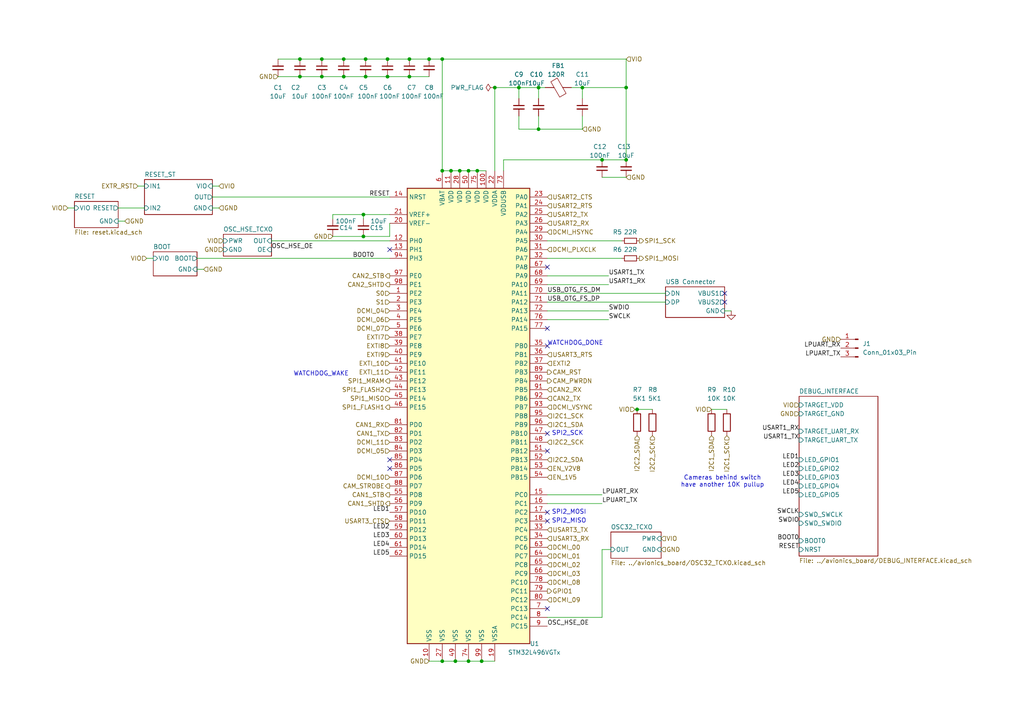
<source format=kicad_sch>
(kicad_sch (version 20231120) (generator "eeschema") (generator_version "8.0")
  (paper "A4")
  (lib_symbols
    (symbol "Connector:Conn_01x03_Pin" (pin_names (offset 1.016) hide)
      (property "Reference" "J" (at 0 5.08 0))
      (property "Value" "Conn_01x03_Pin" (at 0 -5.08 0))
      (symbol "Conn_01x03_Pin_1_1"
        (polyline (pts (xy 1.27 -2.54) (xy 0.8636 -2.54)) (stroke (width 0.1524)))
        (polyline (pts (xy 1.27 0) (xy 0.8636 0)) (stroke (width 0.1524)))
        (polyline (pts (xy 1.27 2.54) (xy 0.8636 2.54)) (stroke (width 0.1524)))
        (rectangle (start 0.8636 -2.413) (end 0 -2.667) (stroke (width 0.1524)) (fill (type outline)))
        (rectangle (start 0.8636 0.127) (end 0 -0.127) (stroke (width 0.1524)) (fill (type outline)))
        (rectangle (start 0.8636 2.667) (end 0 2.413) (stroke (width 0.1524)) (fill (type outline)))
        (pin passive line (at 5.08 2.54 180) (length 3.81) (name "Pin_1") (number "1"))
        (pin passive line (at 5.08 0 180) (length 3.81) (name "Pin_2") (number "2"))
        (pin passive line (at 5.08 -2.54 180) (length 3.81) (name "Pin_3") (number "3"))
      )
    )
    (symbol "Device:C_Small" (pin_numbers hide) (pin_names (offset 0.254) hide)
      (property "Reference" "C" (at 0.254 1.778 0))
      (property "Value" "C_Small" (at 0.254 -2.032 0))
      (symbol "C_Small_0_1"
        (polyline (pts (xy -1.524 -0.508) (xy 1.524 -0.508)) (stroke (width 0.3302)))
        (polyline (pts (xy -1.524 0.508) (xy 1.524 0.508)) (stroke (width 0.3048)))
      )
      (symbol "C_Small_1_1"
        (pin passive line (at 0 2.54 270) (length 2.032) (name "~") (number "1"))
        (pin passive line (at 0 -2.54 90) (length 2.032) (name "~") (number "2"))
      )
    )
    (symbol "Device:FerriteBead" (pin_numbers hide) (pin_names (offset 0))
      (property "Reference" "FB" (at -3.81 0.635 90))
      (property "Value" "FerriteBead" (at 3.81 0 90))
      (symbol "FerriteBead_0_1"
        (polyline (pts (xy 0 -1.27) (xy 0 -1.2192)))
        (polyline (pts (xy 0 1.27) (xy 0 1.2954)))
        (polyline (pts (xy -2.7686 0.4064) (xy -1.7018 2.2606) (xy 2.7686 -0.3048) (xy 1.6764 -2.159) (xy -2.7686 0.4064)))
      )
      (symbol "FerriteBead_1_1"
        (pin passive line (at 0 3.81 270) (length 2.54) (name "~") (number "1"))
        (pin passive line (at 0 -3.81 90) (length 2.54) (name "~") (number "2"))
      )
    )
    (symbol "Device:R" (pin_numbers hide) (pin_names (offset 0))
      (property "Reference" "R" (at 2.032 0 90))
      (property "Value" "R" (at 0 0 90))
      (symbol "R_0_1"
        (rectangle (start -1.016 -2.54) (end 1.016 2.54) (stroke (width 0.254)))
      )
      (symbol "R_1_1"
        (pin passive line (at 0 3.81 270) (length 1.27) (name "~") (number "1"))
        (pin passive line (at 0 -3.81 90) (length 1.27) (name "~") (number "2"))
      )
    )
    (symbol "Device:R_Small" (pin_numbers hide) (pin_names (offset 0.254) hide)
      (property "Reference" "R" (at 0.762 0.508 0))
      (property "Value" "R_Small" (at 0.762 -1.016 0))
      (symbol "R_Small_0_1"
        (rectangle (start -0.762 1.778) (end 0.762 -1.778) (stroke (width 0.2032)))
      )
      (symbol "R_Small_1_1"
        (pin passive line (at 0 2.54 270) (length 0.762) (name "~") (number "1"))
        (pin passive line (at 0 -2.54 90) (length 0.762) (name "~") (number "2"))
      )
    )
    (symbol "Project:STM32L496VGTx"
      (property "Reference" "U2" (at 9.652 -67.818 0))
      (property "Value" "STM32L496VGTx" (at 9.652 -70.358 0))
      (symbol "STM32L496VGTx_0_1"
        (rectangle (start -17.78 66.04) (end 17.78 -66.04) (stroke (width 0.254)) (fill (type background)))
      )
      (symbol "STM32L496VGTx_1_1"
        (pin bidirectional line (at -22.86 35.56 0) (length 5.08) (name "PE2") (number "1"))
        (pin power_in line (at -11.43 -71.12 90) (length 5.08) (name "VSS") (number "10"))
        (pin power_in line (at 5.08 71.12 270) (length 5.08) (name "VDD") (number "100"))
        (pin power_in line (at -5.08 71.12 270) (length 5.08) (name "VDD") (number "11"))
        (pin bidirectional line (at -22.86 50.8 0) (length 5.08) (name "PH0") (number "12"))
        (pin bidirectional line (at -22.86 48.26 0) (length 5.08) (name "PH1") (number "13"))
        (pin input line (at -22.86 63.5 0) (length 5.08) (name "NRST") (number "14"))
        (pin bidirectional line (at 22.86 -22.86 180) (length 5.08) (name "PC0") (number "15"))
        (pin bidirectional line (at 22.86 -25.4 180) (length 5.08) (name "PC1") (number "16"))
        (pin bidirectional line (at 22.86 -27.94 180) (length 5.08) (name "PC2") (number "17"))
        (pin bidirectional line (at 22.86 -30.48 180) (length 5.08) (name "PC3") (number "18"))
        (pin power_in line (at 7.62 -71.12 90) (length 5.08) (name "VSSA") (number "19"))
        (pin bidirectional line (at -22.86 33.02 0) (length 5.08) (name "PE3") (number "2"))
        (pin input line (at -22.86 55.88 0) (length 5.08) (name "VREF-") (number "20"))
        (pin input line (at -22.86 58.42 0) (length 5.08) (name "VREF+") (number "21"))
        (pin power_in line (at 7.62 71.12 270) (length 5.08) (name "VDDA") (number "22"))
        (pin bidirectional line (at 22.86 63.5 180) (length 5.08) (name "PA0") (number "23"))
        (pin bidirectional line (at 22.86 60.96 180) (length 5.08) (name "PA1") (number "24"))
        (pin bidirectional line (at 22.86 58.42 180) (length 5.08) (name "PA2") (number "25"))
        (pin bidirectional line (at 22.86 55.88 180) (length 5.08) (name "PA3") (number "26"))
        (pin power_in line (at -7.62 -71.12 90) (length 5.08) (name "VSS") (number "27"))
        (pin power_in line (at -2.54 71.12 270) (length 5.08) (name "VDD") (number "28"))
        (pin bidirectional line (at 22.86 53.34 180) (length 5.08) (name "PA4") (number "29"))
        (pin bidirectional line (at -22.86 30.48 0) (length 5.08) (name "PE4") (number "3"))
        (pin bidirectional line (at 22.86 50.8 180) (length 5.08) (name "PA5") (number "30"))
        (pin bidirectional line (at 22.86 48.26 180) (length 5.08) (name "PA6") (number "31"))
        (pin bidirectional line (at 22.86 45.72 180) (length 5.08) (name "PA7") (number "32"))
        (pin bidirectional line (at 22.86 -33.02 180) (length 5.08) (name "PC4") (number "33"))
        (pin bidirectional line (at 22.86 -35.56 180) (length 5.08) (name "PC5") (number "34"))
        (pin bidirectional line (at 22.86 20.32 180) (length 5.08) (name "PB0") (number "35"))
        (pin bidirectional line (at 22.86 17.78 180) (length 5.08) (name "PB1") (number "36"))
        (pin bidirectional line (at 22.86 15.24 180) (length 5.08) (name "PB2") (number "37"))
        (pin bidirectional line (at -22.86 22.86 0) (length 5.08) (name "PE7") (number "38"))
        (pin bidirectional line (at -22.86 20.32 0) (length 5.08) (name "PE8") (number "39"))
        (pin bidirectional line (at -22.86 27.94 0) (length 5.08) (name "PE5") (number "4"))
        (pin bidirectional line (at -22.86 17.78 0) (length 5.08) (name "PE9") (number "40"))
        (pin bidirectional line (at -22.86 15.24 0) (length 5.08) (name "PE10") (number "41"))
        (pin bidirectional line (at -22.86 12.7 0) (length 5.08) (name "PE11") (number "42"))
        (pin bidirectional line (at -22.86 10.16 0) (length 5.08) (name "PE12") (number "43"))
        (pin bidirectional line (at -22.86 7.62 0) (length 5.08) (name "PE13") (number "44"))
        (pin bidirectional line (at -22.86 5.08 0) (length 5.08) (name "PE14") (number "45"))
        (pin bidirectional line (at -22.86 2.54 0) (length 5.08) (name "PE15") (number "46"))
        (pin bidirectional line (at 22.86 -5.08 180) (length 5.08) (name "PB10") (number "47"))
        (pin bidirectional line (at 22.86 -7.62 180) (length 5.08) (name "PB11") (number "48"))
        (pin power_in line (at -3.81 -71.12 90) (length 5.08) (name "VSS") (number "49"))
        (pin bidirectional line (at -22.86 25.4 0) (length 5.08) (name "PE6") (number "5"))
        (pin power_in line (at 0 71.12 270) (length 5.08) (name "VDD") (number "50"))
        (pin bidirectional line (at 22.86 -10.16 180) (length 5.08) (name "PB12") (number "51"))
        (pin bidirectional line (at 22.86 -12.7 180) (length 5.08) (name "PB13") (number "52"))
        (pin bidirectional line (at 22.86 -15.24 180) (length 5.08) (name "PB14") (number "53"))
        (pin bidirectional line (at 22.86 -17.78 180) (length 5.08) (name "PB15") (number "54"))
        (pin bidirectional line (at -22.86 -22.86 0) (length 5.08) (name "PD8") (number "55"))
        (pin bidirectional line (at -22.86 -25.4 0) (length 5.08) (name "PD9") (number "56"))
        (pin bidirectional line (at -22.86 -27.94 0) (length 5.08) (name "PD10") (number "57"))
        (pin bidirectional line (at -22.86 -30.48 0) (length 5.08) (name "PD11") (number "58"))
        (pin bidirectional line (at -22.86 -33.02 0) (length 5.08) (name "PD12") (number "59"))
        (pin power_in line (at -7.62 71.12 270) (length 5.08) (name "VBAT") (number "6"))
        (pin bidirectional line (at -22.86 -35.56 0) (length 5.08) (name "PD13") (number "60"))
        (pin bidirectional line (at -22.86 -38.1 0) (length 5.08) (name "PD14") (number "61"))
        (pin bidirectional line (at -22.86 -40.64 0) (length 5.08) (name "PD15") (number "62"))
        (pin bidirectional line (at 22.86 -38.1 180) (length 5.08) (name "PC6") (number "63"))
        (pin bidirectional line (at 22.86 -40.64 180) (length 5.08) (name "PC7") (number "64"))
        (pin bidirectional line (at 22.86 -43.18 180) (length 5.08) (name "PC8") (number "65"))
        (pin bidirectional line (at 22.86 -45.72 180) (length 5.08) (name "PC9") (number "66"))
        (pin bidirectional line (at 22.86 43.18 180) (length 5.08) (name "PA8") (number "67"))
        (pin bidirectional line (at 22.86 40.64 180) (length 5.08) (name "PA9") (number "68"))
        (pin bidirectional line (at 22.86 38.1 180) (length 5.08) (name "PA10") (number "69"))
        (pin bidirectional line (at 22.86 -55.88 180) (length 5.08) (name "PC13") (number "7"))
        (pin bidirectional line (at 22.86 35.56 180) (length 5.08) (name "PA11") (number "70"))
        (pin bidirectional line (at 22.86 33.02 180) (length 5.08) (name "PA12") (number "71"))
        (pin bidirectional line (at 22.86 30.48 180) (length 5.08) (name "PA13") (number "72"))
        (pin power_in line (at 10.16 71.12 270) (length 5.08) (name "VDDUSB") (number "73"))
        (pin power_in line (at 0 -71.12 90) (length 5.08) (name "VSS") (number "74"))
        (pin power_in line (at 2.54 71.12 270) (length 5.08) (name "VDD") (number "75"))
        (pin bidirectional line (at 22.86 27.94 180) (length 5.08) (name "PA14") (number "76"))
        (pin bidirectional line (at 22.86 25.4 180) (length 5.08) (name "PA15") (number "77"))
        (pin bidirectional line (at 22.86 -48.26 180) (length 5.08) (name "PC10") (number "78"))
        (pin bidirectional line (at 22.86 -50.8 180) (length 5.08) (name "PC11") (number "79"))
        (pin bidirectional line (at 22.86 -58.42 180) (length 5.08) (name "PC14") (number "8"))
        (pin bidirectional line (at 22.86 -53.34 180) (length 5.08) (name "PC12") (number "80"))
        (pin bidirectional line (at -22.86 -2.54 0) (length 5.08) (name "PD0") (number "81"))
        (pin bidirectional line (at -22.86 -5.08 0) (length 5.08) (name "PD1") (number "82"))
        (pin bidirectional line (at -22.86 -7.62 0) (length 5.08) (name "PD2") (number "83"))
        (pin bidirectional line (at -22.86 -10.16 0) (length 5.08) (name "PD3") (number "84"))
        (pin bidirectional line (at -22.86 -12.7 0) (length 5.08) (name "PD4") (number "85"))
        (pin bidirectional line (at -22.86 -15.24 0) (length 5.08) (name "PD5") (number "86"))
        (pin bidirectional line (at -22.86 -17.78 0) (length 5.08) (name "PD6") (number "87"))
        (pin bidirectional line (at -22.86 -20.32 0) (length 5.08) (name "PD7") (number "88"))
        (pin bidirectional line (at 22.86 12.7 180) (length 5.08) (name "PB3") (number "89"))
        (pin bidirectional line (at 22.86 -60.96 180) (length 5.08) (name "PC15") (number "9"))
        (pin bidirectional line (at 22.86 10.16 180) (length 5.08) (name "PB4") (number "90"))
        (pin bidirectional line (at 22.86 7.62 180) (length 5.08) (name "PB5") (number "91"))
        (pin bidirectional line (at 22.86 5.08 180) (length 5.08) (name "PB6") (number "92"))
        (pin bidirectional line (at 22.86 2.54 180) (length 5.08) (name "PB7") (number "93"))
        (pin bidirectional line (at -22.86 45.72 0) (length 5.08) (name "PH3") (number "94"))
        (pin bidirectional line (at 22.86 0 180) (length 5.08) (name "PB8") (number "95"))
        (pin bidirectional line (at 22.86 -2.54 180) (length 5.08) (name "PB9") (number "96"))
        (pin bidirectional line (at -22.86 40.64 0) (length 5.08) (name "PE0") (number "97"))
        (pin bidirectional line (at -22.86 38.1 0) (length 5.08) (name "PE1") (number "98"))
        (pin power_in line (at 3.81 -71.12 90) (length 5.08) (name "VSS") (number "99"))
      )
    )
    (symbol "power:GND" (power) (pin_numbers hide) (pin_names (offset 0) hide)
      (property "Value" "GND" (at 0 -3.81 0))
      (symbol "GND_0_1"
        (polyline (pts (xy 0 0) (xy 0 -1.27) (xy 1.27 -1.27) (xy 0 -2.54) (xy -1.27 -1.27) (xy 0 -1.27)))
      )
      (symbol "GND_1_1"
        (pin power_in line (at 0 0 270) (length 0) (name "~") (number "1"))
      )
    )
    (symbol "power:PWR_FLAG" (power) (pin_numbers hide) (pin_names (offset 0) hide)
      (property "Value" "PWR_FLAG" (at 0 3.81 0))
      (symbol "PWR_FLAG_0_0"
        (pin power_out line (at 0 0 90) (length 0) (name "~") (number "1"))
      )
      (symbol "PWR_FLAG_0_1"
        (polyline (pts (xy 0 0) (xy 0 1.27) (xy -1.016 1.905) (xy 0 2.54) (xy 1.016 1.905) (xy 0 1.27)))
      )
    )
  )
  (junction (at 99.695 17.145))
  (junction (at 99.695 22.225))
  (junction (at 138.43 49.53))
  (junction (at 124.46 17.145))
  (junction (at 93.345 22.225))
  (junction (at 118.745 17.145))
  (junction (at 184.785 118.745))
  (junction (at 128.27 191.77))
  (junction (at 135.89 49.53))
  (junction (at 130.81 49.53))
  (junction (at 86.995 22.225))
  (junction (at 156.21 25.4))
  (junction (at 133.35 49.53))
  (junction (at 118.745 22.225))
  (junction (at 135.89 191.77))
  (junction (at 128.27 49.53))
  (junction (at 156.21 37.465))
  (junction (at 105.41 68.58))
  (junction (at 106.045 22.225))
  (junction (at 168.91 25.4))
  (junction (at 132.08 191.77))
  (junction (at 112.395 17.145))
  (junction (at 128.27 17.145))
  (junction (at 174.625 46.355))
  (junction (at 105.41 62.23))
  (junction (at 181.61 25.4))
  (junction (at 150.495 25.4))
  (junction (at 112.395 22.225))
  (junction (at 143.51 25.4))
  (junction (at 181.61 46.355))
  (junction (at 139.7 191.77))
  (junction (at 86.995 17.145))
  (junction (at 93.345 17.145))
  (junction (at 106.045 17.145))
  (no_connect (at 158.75 77.47))
  (no_connect (at 158.75 130.81))
  (no_connect (at 158.75 125.73))
  (no_connect (at 113.03 135.89))
  (no_connect (at 158.75 176.53))
  (no_connect (at 158.75 95.25))
  (no_connect (at 158.75 148.59))
  (no_connect (at 113.03 133.35))
  (no_connect (at 210.185 85.09))
  (no_connect (at 113.03 72.39))
  (no_connect (at 210.185 87.63))
  (no_connect (at 158.75 151.13))
  (no_connect (at 158.75 100.33))
  (wire (pts (xy 150.495 33.655) (xy 150.495 37.465)))
  (wire (pts (xy 138.43 49.53) (xy 140.97 49.53)))
  (wire (pts (xy 128.27 17.145) (xy 181.61 17.145)))
  (wire (pts (xy 112.395 22.225) (xy 118.745 22.225)))
  (wire (pts (xy 181.61 17.145) (xy 181.61 25.4)))
  (wire (pts (xy 174.625 146.05) (xy 158.75 146.05)))
  (wire (pts (xy 168.91 28.575) (xy 168.91 25.4)))
  (wire (pts (xy 156.21 28.575) (xy 156.21 25.4)))
  (wire (pts (xy 80.645 22.225) (xy 86.995 22.225)))
  (wire (pts (xy 86.995 22.225) (xy 93.345 22.225)))
  (wire (pts (xy 176.53 92.71) (xy 158.75 92.71)))
  (wire (pts (xy 128.27 191.77) (xy 132.08 191.77)))
  (wire (pts (xy 42.545 74.93) (xy 44.45 74.93)))
  (wire (pts (xy 174.625 143.51) (xy 158.75 143.51)))
  (wire (pts (xy 165.735 25.4) (xy 168.91 25.4)))
  (wire (pts (xy 184.785 118.745) (xy 189.23 118.745)))
  (wire (pts (xy 96.52 62.23) (xy 105.41 62.23)))
  (wire (pts (xy 176.53 82.55) (xy 158.75 82.55)))
  (wire (pts (xy 174.625 179.07) (xy 174.625 159.385)))
  (wire (pts (xy 184.15 118.745) (xy 184.785 118.745)))
  (wire (pts (xy 130.81 49.53) (xy 133.35 49.53)))
  (wire (pts (xy 86.995 17.145) (xy 93.345 17.145)))
  (wire (pts (xy 158.75 85.09) (xy 193.04 85.09)))
  (wire (pts (xy 180.34 74.93) (xy 158.75 74.93)))
  (wire (pts (xy 180.34 69.85) (xy 158.75 69.85)))
  (wire (pts (xy 210.185 90.17) (xy 212.09 90.17)))
  (wire (pts (xy 105.41 62.23) (xy 113.03 62.23)))
  (wire (pts (xy 105.41 62.23) (xy 105.41 63.5)))
  (wire (pts (xy 93.345 22.225) (xy 99.695 22.225)))
  (wire (pts (xy 158.75 87.63) (xy 193.04 87.63)))
  (wire (pts (xy 146.05 49.53) (xy 146.05 46.355)))
  (wire (pts (xy 133.35 49.53) (xy 135.89 49.53)))
  (wire (pts (xy 150.495 25.4) (xy 156.21 25.4)))
  (wire (pts (xy 99.695 17.145) (xy 106.045 17.145)))
  (wire (pts (xy 150.495 37.465) (xy 156.21 37.465)))
  (wire (pts (xy 63.5 53.975) (xy 61.595 53.975)))
  (wire (pts (xy 78.74 69.85) (xy 113.03 69.85)))
  (wire (pts (xy 96.52 68.58) (xy 105.41 68.58)))
  (wire (pts (xy 156.21 25.4) (xy 158.115 25.4)))
  (wire (pts (xy 36.195 64.135) (xy 34.29 64.135)))
  (wire (pts (xy 57.15 74.93) (xy 113.03 74.93)))
  (wire (pts (xy 158.75 179.07) (xy 174.625 179.07)))
  (wire (pts (xy 99.695 22.225) (xy 106.045 22.225)))
  (wire (pts (xy 124.46 191.77) (xy 128.27 191.77)))
  (wire (pts (xy 93.345 17.145) (xy 99.695 17.145)))
  (wire (pts (xy 128.27 49.53) (xy 130.81 49.53)))
  (wire (pts (xy 128.27 17.145) (xy 128.27 49.53)))
  (wire (pts (xy 156.21 37.465) (xy 168.91 37.465)))
  (wire (pts (xy 135.89 191.77) (xy 139.7 191.77)))
  (wire (pts (xy 156.21 37.465) (xy 156.21 33.655)))
  (wire (pts (xy 80.645 17.145) (xy 86.995 17.145)))
  (wire (pts (xy 132.08 191.77) (xy 135.89 191.77)))
  (wire (pts (xy 59.055 78.105) (xy 57.15 78.105)))
  (wire (pts (xy 143.51 25.4) (xy 143.51 49.53)))
  (wire (pts (xy 168.91 25.4) (xy 181.61 25.4)))
  (wire (pts (xy 176.53 90.17) (xy 158.75 90.17)))
  (wire (pts (xy 150.495 28.575) (xy 150.495 25.4)))
  (wire (pts (xy 118.745 22.225) (xy 124.46 22.225)))
  (wire (pts (xy 61.595 57.15) (xy 113.03 57.15)))
  (wire (pts (xy 105.41 68.58) (xy 113.03 68.58)))
  (wire (pts (xy 63.5 60.325) (xy 61.595 60.325)))
  (wire (pts (xy 19.685 60.325) (xy 21.59 60.325)))
  (wire (pts (xy 135.89 49.53) (xy 138.43 49.53)))
  (wire (pts (xy 174.625 159.385) (xy 177.165 159.385)))
  (wire (pts (xy 146.05 46.355) (xy 174.625 46.355)))
  (wire (pts (xy 174.625 46.355) (xy 181.61 46.355)))
  (wire (pts (xy 206.375 118.745) (xy 210.82 118.745)))
  (wire (pts (xy 34.29 60.325) (xy 41.91 60.325)))
  (wire (pts (xy 139.7 191.77) (xy 143.51 191.77)))
  (wire (pts (xy 106.045 17.145) (xy 112.395 17.145)))
  (wire (pts (xy 40.005 53.975) (xy 41.91 53.975)))
  (wire (pts (xy 106.045 22.225) (xy 112.395 22.225)))
  (wire (pts (xy 112.395 17.145) (xy 118.745 17.145)))
  (wire (pts (xy 113.03 68.58) (xy 113.03 64.77)))
  (wire (pts (xy 168.91 37.465) (xy 168.91 33.655)))
  (wire (pts (xy 143.51 25.4) (xy 150.495 25.4)))
  (wire (pts (xy 176.53 80.01) (xy 158.75 80.01)))
  (wire (pts (xy 118.745 17.145) (xy 124.46 17.145)))
  (wire (pts (xy 124.46 17.145) (xy 128.27 17.145)))
  (wire (pts (xy 181.61 25.4) (xy 181.61 46.355)))
  (wire (pts (xy 96.52 62.23) (xy 96.52 63.5)))
  (wire (pts (xy 174.625 51.435) (xy 181.61 51.435)))
  (text "SPI2_MOSI" (at 160.02 148.59 0) (effects (font (size 1.27 1.27)) (justify left)))
  (text "Cameras behind switch\nhave another 10K pullup" (at 209.55 139.7 0) (effects (font (size 1.27 1.27))))
  (text "WATCHDOG_DONE" (at 158.75 100.33 0) (effects (font (size 1.27 1.27)) (justify left bottom)))
  (text "SPI2_MISO" (at 160.02 151.13 0) (effects (font (size 1.27 1.27)) (justify left)))
  (text "SPI2_SCK" (at 160.02 125.73 0) (effects (font (size 1.27 1.27)) (justify left)))
  (text "WATCHDOG_WAKE" (at 85.09 109.22 0) (effects (font (size 1.27 1.27)) (justify left bottom)))
  (label "SWDIO" (at 231.775 151.765 180))
  (label "RESET" (at 113.03 57.15 180))
  (label "USART1_RX" (at 231.775 125.095 180))
  (label "BOOT0" (at 231.775 156.845 180))
  (label "SWCLK" (at 231.775 149.225 180))
  (label "SWCLK" (at 176.53 92.71 0))
  (label "USB_OTG_FS_DM" (at 158.75 85.09 0))
  (label "OSC_HSE_OE" (at 158.75 181.61 0))
  (label "LPUART_RX" (at 174.625 143.51 0))
  (label "LED4" (at 231.775 140.97 180))
  (label "LED2" (at 113.03 153.67 180))
  (label "RESET" (at 231.775 159.385 180))
  (label "USART1_TX" (at 176.53 80.01 0))
  (label "USART1_RX" (at 176.53 82.55 0))
  (label "LED1" (at 113.03 148.59 180))
  (label "LPUART_RX" (at 243.84 100.965 180))
  (label "LED1" (at 231.775 133.35 180))
  (label "BOOT0" (at 108.585 74.93 180))
  (label "LPUART_TX" (at 174.625 146.05 0))
  (label "LED2" (at 231.775 135.89 180))
  (label "USART1_TX" (at 231.775 127.635 180))
  (label "LED3" (at 231.775 138.43 180))
  (label "LED5" (at 231.775 143.51 180))
  (label "LPUART_TX" (at 243.84 103.505 180))
  (label "USB_OTG_FS_DP" (at 158.75 87.63 0))
  (label "SWDIO" (at 176.53 90.17 0))
  (label "OSC_HSE_OE" (at 78.74 72.39 0))
  (label "LED4" (at 113.03 158.75 180))
  (label "LED5" (at 113.03 161.29 180))
  (label "LED3" (at 113.03 156.21 180))
  (hierarchical_label "DCMI_07" (shape input) (at 113.03 95.25 180))
  (hierarchical_label "CAN2_TX" (shape input) (at 158.75 115.57 0))
  (hierarchical_label "I2C2_SDA" (shape input) (at 184.785 126.365 270))
  (hierarchical_label "DCMI_08" (shape input) (at 158.75 168.91 0))
  (hierarchical_label "DCMI_02" (shape input) (at 158.75 163.83 0))
  (hierarchical_label "I2C1_SCK" (shape input) (at 210.82 126.365 270))
  (hierarchical_label "DCMI_HSYNC" (shape input) (at 158.75 67.31 0))
  (hierarchical_label "VIO" (shape input) (at 181.61 17.145 0))
  (hierarchical_label "SPI1_MRAM" (shape output) (at 113.03 110.49 180))
  (hierarchical_label "GND" (shape input) (at 64.77 72.39 180))
  (hierarchical_label "EXTI2" (shape input) (at 158.75 105.41 0))
  (hierarchical_label "CAN1_RX" (shape input) (at 113.03 123.19 180))
  (hierarchical_label "GND" (shape input) (at 59.055 78.105 0))
  (hierarchical_label "DCMI_11" (shape input) (at 113.03 128.27 180))
  (hierarchical_label "GND" (shape input) (at 36.195 64.135 0))
  (hierarchical_label "EN_1V5" (shape input) (at 158.75 138.43 0))
  (hierarchical_label "USART2_RTS" (shape input) (at 158.75 59.69 0))
  (hierarchical_label "SPI1_MOSI" (shape output) (at 185.42 74.93 0))
  (hierarchical_label "VIO" (shape input) (at 42.545 74.93 180))
  (hierarchical_label "VIO" (shape input) (at 63.5 53.975 0))
  (hierarchical_label "I2C2_SCK" (shape input) (at 189.23 126.365 270))
  (hierarchical_label "VIO" (shape input) (at 19.685 60.325 180))
  (hierarchical_label "CAN2_SHTD" (shape output) (at 113.03 82.55 180))
  (hierarchical_label "CAN2_RX" (shape input) (at 158.75 113.03 0))
  (hierarchical_label "USART3_RTS" (shape input) (at 158.75 102.87 0))
  (hierarchical_label "GPIO1" (shape output) (at 158.75 171.45 0))
  (hierarchical_label "GND" (shape input) (at 96.52 68.58 180))
  (hierarchical_label "SPI1_SCK" (shape output) (at 185.42 69.85 0))
  (hierarchical_label "USART2_TX" (shape input) (at 158.75 62.23 0))
  (hierarchical_label "I2C1_SDA" (shape input) (at 206.375 126.365 270))
  (hierarchical_label "EXTR_RST" (shape input) (at 40.005 53.975 180))
  (hierarchical_label "S0" (shape input) (at 113.03 85.09 180))
  (hierarchical_label "DCMI_00" (shape input) (at 158.75 158.75 0))
  (hierarchical_label "CAM_PWRDN" (shape output) (at 158.75 110.49 0))
  (hierarchical_label "DCMI_09" (shape input) (at 158.75 173.99 0))
  (hierarchical_label "EXTI_10" (shape input) (at 113.03 105.41 180))
  (hierarchical_label "SPI1_FLASH1" (shape output) (at 113.03 118.11 180))
  (hierarchical_label "EXTI_11" (shape input) (at 113.03 107.95 180))
  (hierarchical_label "I2C2_SCK" (shape input) (at 158.75 128.27 0))
  (hierarchical_label "GND" (shape input) (at 124.46 191.77 180))
  (hierarchical_label "CAM_STROBE" (shape output) (at 113.03 140.97 180))
  (hierarchical_label "VIO" (shape input) (at 184.15 118.745 180))
  (hierarchical_label "DCMI_VSYNC" (shape input) (at 158.75 118.11 0))
  (hierarchical_label "VIO" (shape input) (at 231.775 117.475 180))
  (hierarchical_label "GND" (shape input) (at 168.91 37.465 0))
  (hierarchical_label "GND" (shape input) (at 231.775 120.015 180))
  (hierarchical_label "DCMI_06" (shape input) (at 113.03 92.71 180))
  (hierarchical_label "VIO" (shape input) (at 64.77 69.85 180))
  (hierarchical_label "GND" (shape input) (at 181.61 51.435 0))
  (hierarchical_label "GND" (shape input) (at 80.645 22.225 180))
  (hierarchical_label "CAN1_TX" (shape input) (at 113.03 125.73 180))
  (hierarchical_label "DCMI_03" (shape input) (at 158.75 166.37 0))
  (hierarchical_label "S1" (shape input) (at 113.03 87.63 180))
  (hierarchical_label "EN_V2V8" (shape input) (at 158.75 135.89 0))
  (hierarchical_label "EXTI9" (shape input) (at 113.03 102.87 180))
  (hierarchical_label "CAN1_STB" (shape output) (at 113.03 143.51 180))
  (hierarchical_label "USART2_RX" (shape input) (at 158.75 64.77 0))
  (hierarchical_label "DCMI_01" (shape input) (at 158.75 161.29 0))
  (hierarchical_label "USART3_TX" (shape input) (at 158.75 153.67 0))
  (hierarchical_label "USART3_CTS" (shape input) (at 113.03 151.13 180))
  (hierarchical_label "SPI1_FLASH2" (shape output) (at 113.03 113.03 180))
  (hierarchical_label "GND" (shape input) (at 63.5 60.325 0))
  (hierarchical_label "CAN1_SHTD" (shape output) (at 113.03 146.05 180))
  (hierarchical_label "I2C2_SDA" (shape input) (at 158.75 133.35 0))
  (hierarchical_label "VIO" (shape input) (at 206.375 118.745 180))
  (hierarchical_label "VIO" (shape input) (at 191.77 156.21 0))
  (hierarchical_label "GND" (shape input) (at 191.77 159.385 0))
  (hierarchical_label "CAM_RST" (shape output) (at 158.75 107.95 0))
  (hierarchical_label "USART3_RX" (shape input) (at 158.75 156.21 0))
  (hierarchical_label "SPI1_MISO" (shape input) (at 113.03 115.57 180))
  (hierarchical_label "DCMI_04" (shape input) (at 113.03 90.17 180))
  (hierarchical_label "CAN2_STB" (shape output) (at 113.03 80.01 180))
  (hierarchical_label "I2C1_SCK" (shape input) (at 158.75 120.65 0))
  (hierarchical_label "DCMI_10" (shape input) (at 113.03 138.43 180))
  (hierarchical_label "DCMI_05" (shape input) (at 113.03 130.81 180))
  (hierarchical_label "EXTI7" (shape input) (at 113.03 97.79 180))
  (hierarchical_label "EXTI8" (shape input) (at 113.03 100.33 180))
  (hierarchical_label "I2C1_SDA" (shape input) (at 158.75 123.19 0))
  (hierarchical_label "USART2_CTS" (shape input) (at 158.75 57.15 0))
  (hierarchical_label "DCMI_PLXCLK" (shape input) (at 158.75 72.39 0))
  (hierarchical_label "GND" (shape input) (at 243.84 98.425 180))
  (symbol (lib_id "Project:STM32L496VGTx") (at 135.89 120.65 0) (unit 1)
    (property "Reference" "U1" (at 153.67 186.69 0) (effects (justify left)))
    (property "Value" "STM32L496VGTx" (at 147.32 189.23 0) (effects (justify left)))
    (property "Footprint" "Package_QFP:LQFP-100_14x14mm_P0.5mm" (effects (hide yes)))
    (property "Datasheet" "https://www.st.com/resource/en/datasheet/stm32l496ae.pdf" (effects (hide yes)))
    (property "Description" "STMicroelectronics Arm Cortex-M4 MCU, 1024KB flash, 320KB RAM, 80 MHz, 1.71-3.6V, 83 GPIO, LQFP100" (effects (hide yes)))
    (property "Manufacturer" "STM" (effects (hide yes)))
    (property "Part Number" "STM32L496VGT6" (effects (hide yes)))
  )
  (symbol (lib_id "Device:C_Small") (at 105.41 66.04 180) (unit 1)
    (property "Reference" "C15" (at 109.22 66.04 0))
    (property "Value" "10uF" (at 109.855 64.135 0))
    (property "Footprint" "Capacitor_SMD:C_0603_1608Metric_Pad1.08x0.95mm_HandSolder" (effects (hide yes)))
    (property "Datasheet" "https://search.murata.co.jp/Ceramy/image/img/A01X/G101/ENG/GRM188R61E106KA73-01.pdf" (effects (hide yes)))
    (property "Description" "Unpolarized capacitor, small symbol" (effects (hide yes)))
    (property "Voltage" "25" (effects (hide yes)))
    (property "Manufacturer" "Murata" (effects (hide yes)))
    (property "Part Number" "GRM188R61E106KA73D" (effects (hide yes)))
    (property "Tolerance" "10" (effects (hide yes)))
  )
  (symbol (lib_id "Device:C_Small") (at 124.46 19.685 0) (unit 1)
    (property "Reference" "C8" (at 124.46 25.4 0))
    (property "Value" "100nF" (at 125.73 27.94 0))
    (property "Footprint" "Capacitor_SMD:C_0402_1005Metric_Pad0.74x0.62mm_HandSolder" (effects (hide yes)))
    (property "Datasheet" "https://search.murata.co.jp/Ceramy/image/img/A01X/G101/ENG/GRM155R61E104KA87-01.pdf" (effects (hide yes)))
    (property "Description" "Unpolarized capacitor, small symbol" (effects (hide yes)))
    (property "Voltage" "25" (effects (hide yes)))
    (property "Manufacturer" "Murata" (effects (hide yes)))
    (property "Part Number" "GRM155R61E104KA87D" (effects (hide yes)))
    (property "Tolerance" "10" (effects (hide yes)))
  )
  (symbol (lib_id "Device:C_Small") (at 168.91 31.115 0) (mirror y) (unit 1)
    (property "Reference" "C11" (at 168.91 21.59 0))
    (property "Value" "10uF" (at 168.91 24.13 0))
    (property "Footprint" "Capacitor_SMD:C_0603_1608Metric_Pad1.08x0.95mm_HandSolder" (effects (hide yes)))
    (property "Datasheet" "https://search.murata.co.jp/Ceramy/image/img/A01X/G101/ENG/GRM188R61E106KA73-01.pdf" (effects (hide yes)))
    (property "Description" "Unpolarized capacitor, small symbol" (effects (hide yes)))
    (property "Voltage" "25" (effects (hide yes)))
    (property "Manufacturer" "Murata" (effects (hide yes)))
    (property "Part Number" "GRM188R61E106KA73D" (effects (hide yes)))
    (property "Tolerance" "10" (effects (hide yes)))
  )
  (symbol (lib_id "Device:C_Small") (at 106.045 19.685 0) (unit 1)
    (property "Reference" "C5" (at 105.41 25.4 0))
    (property "Value" "100nF" (at 106.68 27.94 0))
    (property "Footprint" "Capacitor_SMD:C_0402_1005Metric_Pad0.74x0.62mm_HandSolder" (effects (hide yes)))
    (property "Datasheet" "https://search.murata.co.jp/Ceramy/image/img/A01X/G101/ENG/GRM155R61E104KA87-01.pdf" (effects (hide yes)))
    (property "Description" "Unpolarized capacitor, small symbol" (effects (hide yes)))
    (property "Voltage" "25" (effects (hide yes)))
    (property "Manufacturer" "Murata" (effects (hide yes)))
    (property "Part Number" "GRM155R61E104KA87D" (effects (hide yes)))
    (property "Tolerance" "10" (effects (hide yes)))
  )
  (symbol (lib_id "Device:R") (at 184.785 122.555 0) (unit 1)
    (property "Reference" "R7" (at 183.515 113.03 0) (effects (justify left)))
    (property "Value" "5K1" (at 183.515 115.57 0) (effects (justify left)))
    (property "Footprint" "Resistor_SMD:R_0402_1005Metric_Pad0.72x0.64mm_HandSolder" (effects (hide yes)))
    (property "Datasheet" "https://www.yageo.com/upload/media/product/products/datasheet/rchip/PYu-RC_Group_51_RoHS_L_12.pdf" (effects (hide yes)))
    (property "Description" "Resistor" (effects (hide yes)))
    (property "Manufacturer" "YAGEO" (effects (hide yes)))
    (property "Note" "I2C pullup" (effects (hide yes)))
    (property "Part Number" "RC0402FR-075K1L" (effects (hide yes)))
    (property "Tolerance" "1" (effects (hide yes)))
  )
  (symbol (lib_id "Device:R") (at 210.82 122.555 0) (unit 1)
    (property "Reference" "R10" (at 209.55 113.03 0) (effects (justify left)))
    (property "Value" "10K" (at 209.55 115.57 0) (effects (justify left)))
    (property "Footprint" "Resistor_SMD:R_0402_1005Metric_Pad0.72x0.64mm_HandSolder" (effects (hide yes)))
    (property "Datasheet" "https://www.yageo.com/upload/media/product/products/datasheet/rchip/PYu-RC_Group_51_RoHS_L_12.pdf" (effects (hide yes)))
    (property "Description" "Resistor" (effects (hide yes)))
    (property "Manufacturer" "YAGEO" (effects (hide yes)))
    (property "Note" "I2C pullup" (effects (hide yes)))
    (property "Part Number" "RC0402FR-0710KL" (effects (hide yes)))
    (property "Tolerance" "1" (effects (hide yes)))
  )
  (symbol (lib_id "Device:C_Small") (at 96.52 66.04 180) (unit 1)
    (property "Reference" "C14" (at 100.33 66.04 0))
    (property "Value" "100nF" (at 100.33 64.135 0))
    (property "Footprint" "Capacitor_SMD:C_0402_1005Metric_Pad0.74x0.62mm_HandSolder" (effects (hide yes)))
    (property "Datasheet" "https://search.murata.co.jp/Ceramy/image/img/A01X/G101/ENG/GRM155R61E104KA87-01.pdf" (effects (hide yes)))
    (property "Description" "Unpolarized capacitor, small symbol" (effects (hide yes)))
    (property "Voltage" "25" (effects (hide yes)))
    (property "Manufacturer" "Murata" (effects (hide yes)))
    (property "Part Number" "GRM155R61E104KA87D" (effects (hide yes)))
    (property "Tolerance" "10" (effects (hide yes)))
  )
  (symbol (lib_id "power:GND") (at 212.09 90.17 0) (unit 1)
    (property "Reference" "#PWR035" (effects (hide yes)))
    (property "Value" "GND" (effects (hide yes)))
    (property "Description" "Power symbol creates a global label with name \"GND\" , ground" (effects (hide yes)))
  )
  (symbol (lib_id "Device:C_Small") (at 86.995 19.685 180) (unit 1)
    (property "Reference" "C2" (at 85.725 25.4 0))
    (property "Value" "10uF" (at 86.995 27.94 0))
    (property "Footprint" "Capacitor_SMD:C_0603_1608Metric_Pad1.08x0.95mm_HandSolder" (effects (hide yes)))
    (property "Datasheet" "https://search.murata.co.jp/Ceramy/image/img/A01X/G101/ENG/GRM188R61E106KA73-01.pdf" (effects (hide yes)))
    (property "Description" "Unpolarized capacitor, small symbol" (effects (hide yes)))
    (property "Voltage" "25" (effects (hide yes)))
    (property "Manufacturer" "Murata" (effects (hide yes)))
    (property "Part Number" "GRM188R61E106KA73D" (effects (hide yes)))
    (property "Tolerance" "10" (effects (hide yes)))
  )
  (symbol (lib_id "Device:C_Small") (at 99.695 19.685 0) (unit 1)
    (property "Reference" "C4" (at 99.695 25.4 0))
    (property "Value" "100nF" (at 99.695 27.94 0))
    (property "Footprint" "Capacitor_SMD:C_0402_1005Metric_Pad0.74x0.62mm_HandSolder" (effects (hide yes)))
    (property "Datasheet" "https://search.murata.co.jp/Ceramy/image/img/A01X/G101/ENG/GRM155R61E104KA87-01.pdf" (effects (hide yes)))
    (property "Description" "Unpolarized capacitor, small symbol" (effects (hide yes)))
    (property "Voltage" "25" (effects (hide yes)))
    (property "Manufacturer" "Murata" (effects (hide yes)))
    (property "Part Number" "GRM155R61E104KA87D" (effects (hide yes)))
    (property "Tolerance" "10" (effects (hide yes)))
  )
  (symbol (lib_id "Connector:Conn_01x03_Pin") (at 248.92 100.965 0) (mirror y) (unit 1)
    (property "Reference" "J1" (at 250.19 99.6949 0) (effects (justify right)))
    (property "Value" "Conn_01x03_Pin" (at 250.19 102.2349 0) (effects (justify right)))
    (property "Footprint" "Connector_PinHeader_2.54mm:PinHeader_1x03_P2.54mm_Vertical" (effects (hide yes)))
    (property "Description" "Generic connector, single row, 01x03, script generated" (effects (hide yes)))
    (property "Manufacturer" "generic" (effects (hide yes)))
    (property "Part Number" "generic" (effects (hide yes)))
  )
  (symbol (lib_id "Device:FerriteBead") (at 161.925 25.4 270) (mirror x) (unit 1)
    (property "Reference" "FB1" (at 160.02 19.05 90) (effects (justify left)))
    (property "Value" "120R" (at 158.75 21.59 90) (effects (justify left)))
    (property "Footprint" "Inductor_SMD:L_0603_1608Metric_Pad1.05x0.95mm_HandSolder" (effects (hide yes)))
    (property "Datasheet" "https://www.murata.com/en-us/products/productdata/8796738650142/ENFA0003.pdf" (effects (hide yes)))
    (property "Description" "Ferrite bead" (effects (hide yes)))
    (property "Amps" "2" (effects (hide yes)))
    (property "Manufacturer" "Murata" (effects (hide yes)))
    (property "Part Number" "BLM18PG121SN1D" (effects (hide yes)))
  )
  (symbol (lib_id "Device:C_Small") (at 93.345 19.685 0) (unit 1)
    (property "Reference" "C3" (at 93.345 25.4 0))
    (property "Value" "100nF" (at 93.345 27.94 0))
    (property "Footprint" "Capacitor_SMD:C_0402_1005Metric_Pad0.74x0.62mm_HandSolder" (effects (hide yes)))
    (property "Datasheet" "https://search.murata.co.jp/Ceramy/image/img/A01X/G101/ENG/GRM155R61E104KA87-01.pdf" (effects (hide yes)))
    (property "Description" "Unpolarized capacitor, small symbol" (effects (hide yes)))
    (property "Voltage" "25" (effects (hide yes)))
    (property "Manufacturer" "Murata" (effects (hide yes)))
    (property "Part Number" "GRM155R61E104KA87D" (effects (hide yes)))
    (property "Tolerance" "10" (effects (hide yes)))
  )
  (symbol (lib_id "Device:R") (at 206.375 122.555 0) (unit 1)
    (property "Reference" "R9" (at 205.105 113.03 0) (effects (justify left)))
    (property "Value" "10K" (at 205.105 115.57 0) (effects (justify left)))
    (property "Footprint" "Resistor_SMD:R_0402_1005Metric_Pad0.72x0.64mm_HandSolder" (effects (hide yes)))
    (property "Datasheet" "https://www.yageo.com/upload/media/product/products/datasheet/rchip/PYu-RC_Group_51_RoHS_L_12.pdf" (effects (hide yes)))
    (property "Description" "Resistor" (effects (hide yes)))
    (property "Manufacturer" "YAGEO" (effects (hide yes)))
    (property "Note" "I2C pullup" (effects (hide yes)))
    (property "Part Number" "RC0402FR-0710KL" (effects (hide yes)))
    (property "Tolerance" "1" (effects (hide yes)))
  )
  (symbol (lib_id "power:PWR_FLAG") (at 143.51 25.4 90) (unit 1)
    (property "Reference" "#FLG08" (effects (hide yes)))
    (property "Value" "PWR_FLAG" (at 140.335 25.4001 90) (effects (justify left)))
    (property "Description" "Special symbol for telling ERC where power comes from" (effects (hide yes)))
  )
  (symbol (lib_id "Device:C_Small") (at 174.625 48.895 0) (mirror x) (unit 1)
    (property "Reference" "C12" (at 173.99 42.545 0))
    (property "Value" "100nF" (at 173.99 45.085 0))
    (property "Footprint" "Capacitor_SMD:C_0402_1005Metric_Pad0.74x0.62mm_HandSolder" (effects (hide yes)))
    (property "Datasheet" "https://search.murata.co.jp/Ceramy/image/img/A01X/G101/ENG/GRM155R61E104KA87-01.pdf" (effects (hide yes)))
    (property "Description" "Unpolarized capacitor, small symbol" (effects (hide yes)))
    (property "Voltage" "25" (effects (hide yes)))
    (property "Manufacturer" "Murata" (effects (hide yes)))
    (property "Part Number" "GRM155R61E104KA87D" (effects (hide yes)))
    (property "Tolerance" "10" (effects (hide yes)))
  )
  (symbol (lib_id "Device:C_Small") (at 156.21 31.115 0) (mirror y) (unit 1)
    (property "Reference" "C10" (at 155.575 21.59 0))
    (property "Value" "10uF" (at 155.575 24.13 0))
    (property "Footprint" "Capacitor_SMD:C_0603_1608Metric_Pad1.08x0.95mm_HandSolder" (effects (hide yes)))
    (property "Datasheet" "https://search.murata.co.jp/Ceramy/image/img/A01X/G101/ENG/GRM188R61E106KA73-01.pdf" (effects (hide yes)))
    (property "Description" "Unpolarized capacitor, small symbol" (effects (hide yes)))
    (property "Voltage" "25" (effects (hide yes)))
    (property "Manufacturer" "Murata" (effects (hide yes)))
    (property "Part Number" "GRM188R61E106KA73D" (effects (hide yes)))
    (property "Tolerance" "10" (effects (hide yes)))
  )
  (symbol (lib_id "Device:R_Small") (at 182.88 69.85 90) (unit 1)
    (property "Reference" "R5" (at 179.07 67.31 90))
    (property "Value" "22R" (at 182.88 67.31 90))
    (property "Footprint" "Resistor_SMD:R_0402_1005Metric_Pad0.72x0.64mm_HandSolder" (effects (hide yes)))
    (property "Datasheet" "https://www.yageo.com/upload/media/product/app/datasheet/rchip/pyu-rt_1-to-0.01_rohs_l.pdf" (effects (hide yes)))
    (property "Description" "Resistor, small symbol" (effects (hide yes)))
    (property "Manufacturer" "YAGEO" (effects (hide yes)))
    (property "Part Number" "RC0402FR-0722RL" (effects (hide yes)))
    (property "Tolerance" "1" (effects (hide yes)))
  )
  (symbol (lib_id "Device:C_Small") (at 112.395 19.685 0) (unit 1)
    (property "Reference" "C6" (at 112.395 25.4 0))
    (property "Value" "100nF" (at 113.03 27.94 0))
    (property "Footprint" "Capacitor_SMD:C_0402_1005Metric_Pad0.74x0.62mm_HandSolder" (effects (hide yes)))
    (property "Datasheet" "https://search.murata.co.jp/Ceramy/image/img/A01X/G101/ENG/GRM155R61E104KA87-01.pdf" (effects (hide yes)))
    (property "Description" "Unpolarized capacitor, small symbol" (effects (hide yes)))
    (property "Voltage" "25" (effects (hide yes)))
    (property "Manufacturer" "Murata" (effects (hide yes)))
    (property "Part Number" "GRM155R61E104KA87D" (effects (hide yes)))
    (property "Tolerance" "10" (effects (hide yes)))
  )
  (symbol (lib_id "Device:R_Small") (at 182.88 74.93 90) (unit 1)
    (property "Reference" "R6" (at 179.07 72.39 90))
    (property "Value" "22R" (at 182.88 72.39 90))
    (property "Footprint" "Resistor_SMD:R_0402_1005Metric_Pad0.72x0.64mm_HandSolder" (effects (hide yes)))
    (property "Datasheet" "https://www.yageo.com/upload/media/product/app/datasheet/rchip/pyu-rt_1-to-0.01_rohs_l.pdf" (effects (hide yes)))
    (property "Description" "Resistor, small symbol" (effects (hide yes)))
    (property "Manufacturer" "YAGEO" (effects (hide yes)))
    (property "Part Number" "RC0402FR-0722RL" (effects (hide yes)))
    (property "Tolerance" "1" (effects (hide yes)))
  )
  (symbol (lib_id "Device:C_Small") (at 150.495 31.115 0) (mirror y) (unit 1)
    (property "Reference" "C9" (at 150.495 21.59 0))
    (property "Value" "100nF" (at 150.495 24.13 0))
    (property "Footprint" "Capacitor_SMD:C_0402_1005Metric_Pad0.74x0.62mm_HandSolder" (effects (hide yes)))
    (property "Datasheet" "https://search.murata.co.jp/Ceramy/image/img/A01X/G101/ENG/GRM155R61E104KA87-01.pdf" (effects (hide yes)))
    (property "Description" "Unpolarized capacitor, small symbol" (effects (hide yes)))
    (property "Voltage" "25" (effects (hide yes)))
    (property "Manufacturer" "Murata" (effects (hide yes)))
    (property "Part Number" "GRM155R61E104KA87D" (effects (hide yes)))
    (property "Tolerance" "10" (effects (hide yes)))
  )
  (symbol (lib_id "Device:R") (at 189.23 122.555 0) (unit 1)
    (property "Reference" "R8" (at 187.96 113.03 0) (effects (justify left)))
    (property "Value" "5K1" (at 187.96 115.57 0) (effects (justify left)))
    (property "Footprint" "Resistor_SMD:R_0402_1005Metric_Pad0.72x0.64mm_HandSolder" (effects (hide yes)))
    (property "Datasheet" "https://www.yageo.com/upload/media/product/products/datasheet/rchip/PYu-RC_Group_51_RoHS_L_12.pdf" (effects (hide yes)))
    (property "Description" "Resistor" (effects (hide yes)))
    (property "Manufacturer" "YAGEO" (effects (hide yes)))
    (property "Note" "I2C pullup" (effects (hide yes)))
    (property "Part Number" "RC0402FR-075K1L" (effects (hide yes)))
    (property "Tolerance" "1" (effects (hide yes)))
  )
  (symbol (lib_id "Device:C_Small") (at 80.645 19.685 180) (unit 1)
    (property "Reference" "C1" (at 80.645 25.4 0))
    (property "Value" "10uF" (at 80.645 27.94 0))
    (property "Footprint" "Capacitor_SMD:C_0603_1608Metric_Pad1.08x0.95mm_HandSolder" (effects (hide yes)))
    (property "Datasheet" "https://search.murata.co.jp/Ceramy/image/img/A01X/G101/ENG/GRM188R61E106KA73-01.pdf" (effects (hide yes)))
    (property "Description" "Unpolarized capacitor, small symbol" (effects (hide yes)))
    (property "Voltage" "25" (effects (hide yes)))
    (property "Manufacturer" "Murata" (effects (hide yes)))
    (property "Part Number" "GRM188R61E106KA73D" (effects (hide yes)))
    (property "Tolerance" "10" (effects (hide yes)))
  )
  (symbol (lib_id "Device:C_Small") (at 118.745 19.685 0) (unit 1)
    (property "Reference" "C7" (at 119.38 25.4 0))
    (property "Value" "100nF" (at 119.38 27.94 0))
    (property "Footprint" "Capacitor_SMD:C_0402_1005Metric_Pad0.74x0.62mm_HandSolder" (effects (hide yes)))
    (property "Datasheet" "https://search.murata.co.jp/Ceramy/image/img/A01X/G101/ENG/GRM155R61E104KA87-01.pdf" (effects (hide yes)))
    (property "Description" "Unpolarized capacitor, small symbol" (effects (hide yes)))
    (property "Voltage" "25" (effects (hide yes)))
    (property "Manufacturer" "Murata" (effects (hide yes)))
    (property "Part Number" "GRM155R61E104KA87D" (effects (hide yes)))
    (property "Tolerance" "10" (effects (hide yes)))
  )
  (symbol (lib_id "Device:C_Small") (at 181.61 48.895 0) (mirror x) (unit 1)
    (property "Reference" "C13" (at 180.975 42.545 0))
    (property "Value" "10uF" (at 181.61 45.085 0))
    (property "Footprint" "Capacitor_SMD:C_0603_1608Metric_Pad1.08x0.95mm_HandSolder" (effects (hide yes)))
    (property "Datasheet" "https://search.murata.co.jp/Ceramy/image/img/A01X/G101/ENG/GRM188R61E106KA73-01.pdf" (effects (hide yes)))
    (property "Description" "Unpolarized capacitor, small symbol" (effects (hide yes)))
    (property "Voltage" "25" (effects (hide yes)))
    (property "Manufacturer" "Murata" (effects (hide yes)))
    (property "Part Number" "GRM188R61E106KA73D" (effects (hide yes)))
    (property "Tolerance" "10" (effects (hide yes)))
  )
  (sheet (at 231.775 114.935) (size 22.86 46.355) (stroke (width 0.1524))
    (property "Sheetname" "DEBUG_INTERFACE" (at 231.775 114.2234 0) (effects (justify left bottom)))
    (property "Sheetfile" "../avionics_board/DEBUG_INTERFACE.kicad_sch" (at 231.775 161.8746 0) (effects (justify left top)))
    (pin "TARGET_GND" input (at 231.775 120.015 180))
    (pin "LED_GPIO1" input (at 231.775 133.35 180))
    (pin "TARGET_VDD" input (at 231.775 117.475 180))
    (pin "SWD_SWCLK" input (at 231.775 149.225 180))
    (pin "BOOT0" input (at 231.775 156.845 180))
    (pin "SWD_SWDIO" input (at 231.775 151.765 180))
    (pin "LED_GPIO5" input (at 231.775 143.51 180))
    (pin "LED_GPIO2" input (at 231.775 135.89 180))
    (pin "NRST" input (at 231.775 159.385 180))
    (pin "LED_GPIO4" input (at 231.775 140.97 180))
    (pin "LED_GPIO3" input (at 231.775 138.43 180))
    (pin "TARGET_UART_RX" input (at 231.775 125.095 180))
    (pin "TARGET_UART_TX" input (at 231.775 127.635 180))
  )
  (sheet (at 193.04 83.185) (size 17.145 8.89) (stroke (width 0.1524))
    (property "Sheetname" "USB Connector" (at 193.04 82.4734 0) (effects (justify left bottom)))
    (property "Sheetfile" "../avionics_board/USB.kicad_sch" (effects (hide yes)))
    (pin "GND" input (at 210.185 90.17 0))
    (pin "DN" input (at 193.04 85.09 180))
    (pin "DP" input (at 193.04 87.63 180))
    (pin "VBUS1" output (at 210.185 85.09 0))
    (pin "VBUS2" output (at 210.185 87.63 0))
  )
  (sheet (at 177.165 154.305) (size 14.605 7.62) (stroke (width 0.1524))
    (property "Sheetname" "OSC32_TCXO" (at 177.165 153.5934 0) (effects (justify left bottom)))
    (property "Sheetfile" "../avionics_board/OSC32_TCXO.kicad_sch" (at 177.165 162.5096 0) (effects (justify left top)))
    (pin "GND" input (at 191.77 159.385 0))
    (pin "PWR" input (at 191.77 156.21 0))
    (pin "OUT" input (at 177.165 159.385 180))
  )
  (sheet (at 44.45 73.025) (size 12.7 6.985) (stroke (width 0.1524))
    (property "Sheetname" "BOOT" (at 44.45 72.3134 0) (effects (justify left bottom)))
    (property "Sheetfile" "../avionics_board/boot.kicad_sch" (effects (hide yes)))
    (pin "VIO" input (at 44.45 74.93 180))
    (pin "BOOT" output (at 57.15 74.93 0))
    (pin "GND" input (at 57.15 78.105 0))
  )
  (sheet (at 21.59 58.42) (size 12.7 7.62) (stroke (width 0.1524))
    (property "Sheetname" "RESET" (at 21.59 57.7084 0) (effects (justify left bottom)))
    (property "Sheetfile" "reset.kicad_sch" (at 21.59 66.6246 0) (effects (justify left top)))
    (pin "GND" input (at 34.29 64.135 0))
    (pin "VIO" input (at 21.59 60.325 180))
    (pin "RESET" output (at 34.29 60.325 0))
  )
  (sheet (at 41.91 52.07) (size 19.685 10.16) (stroke (width 0.1524))
    (property "Sheetname" "RESET_ST" (at 41.91 51.3584 0) (effects (justify left bottom)))
    (property "Sheetfile" "../avionics_board/schmitt_trigger.kicad_sch" (effects (hide yes)))
    (pin "GND" input (at 61.595 60.325 0))
    (pin "VIO" input (at 61.595 53.975 0))
    (pin "OUT" output (at 61.595 57.15 0))
    (pin "IN1" input (at 41.91 53.975 180))
    (pin "IN2" input (at 41.91 60.325 180))
  )
  (sheet (at 64.77 67.945) (size 13.97 6.35) (stroke (width 0.1524))
    (property "Sheetname" "OSC_HSE_TCXO" (at 64.77 67.2334 0) (effects (justify left bottom)))
    (property "Sheetfile" "../avionics_board/OSC_HSE_TCXO.kicad_sch" (effects (hide yes)))
    (pin "OE" input (at 78.74 72.39 0))
    (pin "GND" input (at 64.77 72.39 180))
    (pin "OUT" input (at 78.74 69.85 0))
    (pin "PWR" input (at 64.77 69.85 180))
  )
)
</source>
